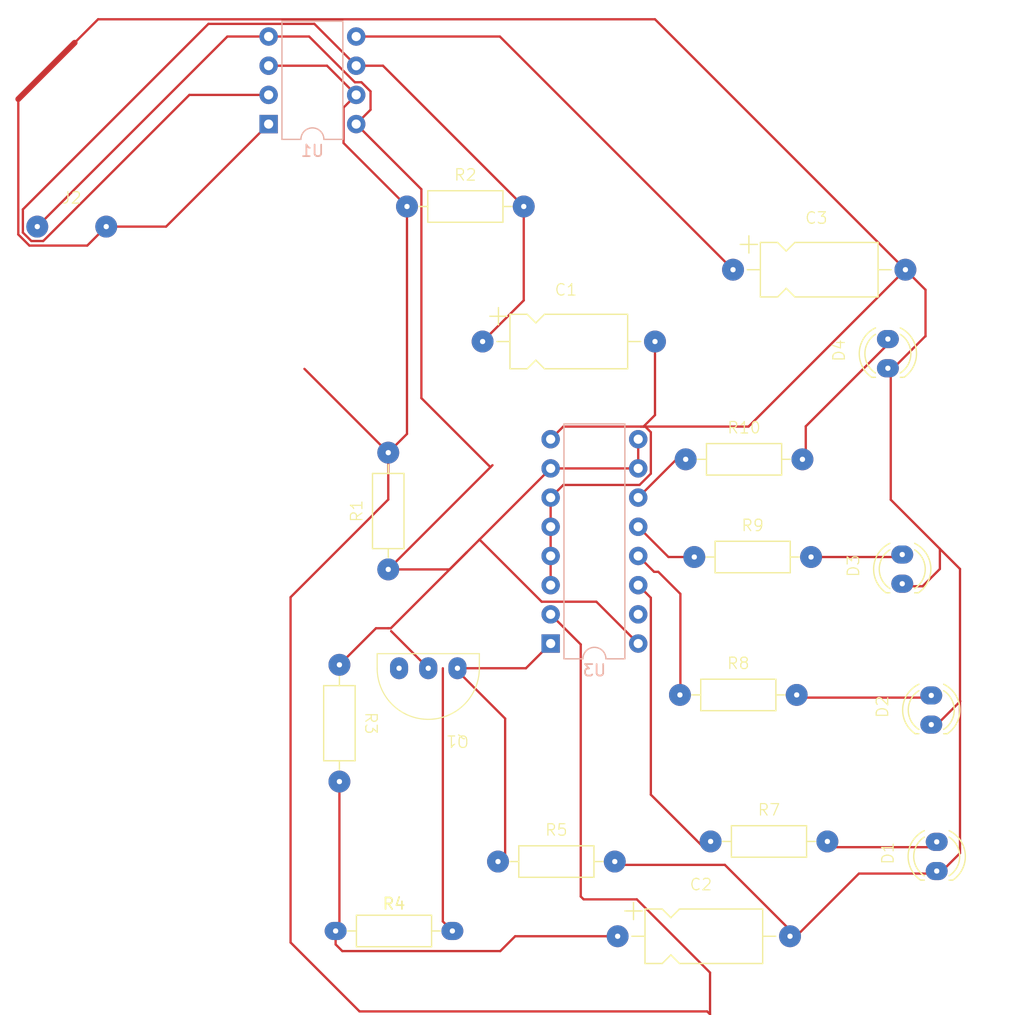
<source format=kicad_pcb>
(kicad_pcb (version 20240108) (generator "pcbnew") (generator_version "8.0")
  (layers (0 "F.Cu" signal) (31 "B.Cu" signal) (34 "B.Paste" user) (35 "F.Paste" user) (36 "B.SilkS" user "B.Silkscreen") (37 "F.SilkS" user "F.Silkscreen") (38 "B.Mask" user) (39 "F.Mask" user) (44 "Edge.Cuts" user))
  (net 0 "")
  (net 1 "Net-(U1-THR)")
  (net 2 "Net-(J2-Pin_1)")
  (net 3 "Net-(C2-Pad1)")
  (net 4 "Net-(U1-CV)")
  (net 5 "Net-(D1-A)")
  (net 6 "Net-(D2-A)")
  (net 7 "Net-(D3-A)")
  (net 8 "Net-(D4-A)")
  (net 9 "Net-(D1-K)")
  (net 10 "Net-(Q1-B)")
  (net 11 "Net-(Q1-E)")
  (net 12 "Net-(U1-DIS)")
  (net 13 "Net-(U3-Q0)")
  (net 14 "Net-(U3-Q1)")
  (net 15 "Net-(U3-Q2)")
  (net 16 "Net-(U3-Q3)")
  (footprint "CounterProject:LED" (layer "F.Cu") (at 244.515 142.275 90)
    (property "Reference" "D1" (at 0.5 -4.5 90) (layer "F.SilkS") (effects (font (thickness 0.1))))
    (property "Value" "LED")
    (fp_line (start -1.84 -1.649) (end -1.84 -1.33) (stroke (width 0.12)) (layer "F.SilkS"))
    (fp_line (start -1.84 0.83) (end -1.84 1.149) (stroke (width 0.12)) (layer "F.SilkS"))
    (fp_arc (start -1.84 -1.648749) (mid 0.403519 -2.733228) (end 2.463242 -1.330724) (stroke (width 0.12)) (layer "F.SilkS"))
    (fp_arc (start -1.46333 -1.33) (mid 0.219429 -2.25) (end 1.902713 -1.330961) (stroke (width 0.12)) (layer "F.SilkS"))
    (fp_arc (start 2.463242 0.830724) (mid 0.403519 2.233228) (end -1.84 1.148749) (stroke (width 0.12)) (layer "F.SilkS"))
    (fp_arc (start 1.902713 0.830961) (mid 0.219429 1.75) (end -1.46333 0.83) (stroke (width 0.12)) (layer "F.SilkS"))
    (pad "1" thru_hole oval (at -1.05 -0.25 90) (size 1.5748 1.905) (drill 0.4572) (layers "*.Cu" "*.Mask") (net 9 "Net-(D1-K)"))
    (pad "2" thru_hole oval (at 1.49 -0.25 90) (size 1.5748 1.905) (drill 0.4572) (layers "*.Cu" "*.Mask") (net 5 "Net-(D1-A)"))
  )
  (footprint "CounterProject:Resistor" (layer "F.Cu") (at 227.5 107.75)
    (property "Reference" "R10" (at 0 -3 0) (layer "F.SilkS") (effects (font (thickness 0.1))))
    (property "Value" "150")
    (fp_line (start -4.04 -0.25) (end -3.27 -0.25) (stroke (width 0.12)) (layer "F.SilkS"))
    (fp_line (start -3.27 -1.62) (end -3.27 1.12) (stroke (width 0.12)) (layer "F.SilkS"))
    (fp_line (start -3.27 1.12) (end 3.27 1.12) (stroke (width 0.12)) (layer "F.SilkS"))
    (fp_line (start 3.27 -1.62) (end -3.27 -1.62) (stroke (width 0.12)) (layer "F.SilkS"))
    (fp_line (start 3.27 1.12) (end 3.27 -1.62) (stroke (width 0.12)) (layer "F.SilkS"))
    (fp_line (start 4.04 -0.25) (end 3.27 -0.25) (stroke (width 0.12)) (layer "F.SilkS"))
    (pad "1" thru_hole oval (at -5.08 -0.25) (size 1.905 1.905) (drill 0.4572) (layers "*.Cu" "*.Mask") (net 16 "Net-(U3-Q3)"))
    (pad "2" thru_hole oval (at 5.08 -0.25) (size 1.905 1.905) (drill 0.4572) (layers "*.Cu" "*.Mask") (net 8 "Net-(D4-A)"))
  )
  (footprint "CounterProject:Resistor" (layer "F.Cu") (at 192.04 130.46 -90)
    (property "Reference" "R3" (at 0 -3 -90) (layer "F.SilkS") (effects (font (thickness 0.1))))
    (property "Value" "10K")
    (fp_line (start -3.27 1.12) (end 3.27 1.12) (stroke (width 0.12)) (layer "F.SilkS"))
    (fp_line (start 3.27 1.12) (end 3.27 -1.62) (stroke (width 0.12)) (layer "F.SilkS"))
    (fp_line (start -4.04 -0.25) (end -3.27 -0.25) (stroke (width 0.12)) (layer "F.SilkS"))
    (fp_line (start 4.04 -0.25) (end 3.27 -0.25) (stroke (width 0.12)) (layer "F.SilkS"))
    (fp_line (start -3.27 -1.62) (end -3.27 1.12) (stroke (width 0.12)) (layer "F.SilkS"))
    (fp_line (start 3.27 -1.62) (end -3.27 -1.62) (stroke (width 0.12)) (layer "F.SilkS"))
    (pad "1" thru_hole oval (at -5.08 -0.25 270) (size 1.905 1.905) (drill 0.4572) (layers "*.Cu" "*.Mask") (net 2 "Net-(J2-Pin_1)"))
    (pad "2" thru_hole oval (at 5.08 -0.25 270) (size 1.905 1.905) (drill 0.4572) (layers "*.Cu" "*.Mask") (net 3 "Net-(C2-Pad1)"))
  )
  (footprint "4bitCounter:Resistor" (layer "F.Cu") (at 191.96 148.54)
    (property "Reference" "R4" (at 5.08 -2.37 0) (layer "F.SilkS"))
    (property "Value" "10K")
    (fp_line (start 1.04 0) (end 1.81 0) (stroke (width 0.12)) (layer "F.SilkS"))
    (fp_line (start 1.81 -1.37) (end 1.81 1.37) (stroke (width 0.12)) (layer "F.SilkS"))
    (fp_line (start 1.81 1.37) (end 8.35 1.37) (stroke (width 0.12)) (layer "F.SilkS"))
    (fp_line (start 8.35 -1.37) (end 1.81 -1.37) (stroke (width 0.12)) (layer "F.SilkS"))
    (fp_line (start 8.35 1.37) (end 8.35 -1.37) (stroke (width 0.12)) (layer "F.SilkS"))
    (fp_line (start 9.12 0) (end 8.35 0) (stroke (width 0.12)) (layer "F.SilkS"))
    (pad "1" thru_hole oval (at 0 0) (size 1.905 1.5748) (drill 0.4572) (layers "*.Cu" "*.Mask") (net 3 "Net-(C2-Pad1)"))
    (pad "2" thru_hole oval (at 10.16 0) (size 1.905 1.5748) (drill 0.4572) (layers "*.Cu" "*.Mask") (net 10 "Net-(Q1-B)"))
  )
  (footprint "CounterProject:Connector" (layer "F.Cu") (at 169 87.25)
    (property "Reference" "J2" (at 0 -2.5 0) (layer "F.SilkS") (effects (font (thickness 0.1))))
    (property "Value" "Conn_01x02_Pin")
    (pad "1" thru_hole oval (at -3 0) (size 1.905 1.905) (drill 0.4572) (layers "*.Cu" "*.Mask") (net 2 "Net-(J2-Pin_1)"))
    (pad "2" thru_hole oval (at 3 0) (size 1.905 1.905) (drill 0.4572) (layers "*.Cu" "*.Mask") (net 9 "Net-(D1-K)"))
  )
  (footprint "CounterProject:Resistor" (layer "F.Cu") (at 227 128.25)
    (property "Reference" "R8" (at 0 -3 0) (layer "F.SilkS") (effects (font (thickness 0.1))))
    (property "Value" "150")
    (fp_line (start -4.04 -0.25) (end -3.27 -0.25) (stroke (width 0.12)) (layer "F.SilkS"))
    (fp_line (start -3.27 -1.62) (end -3.27 1.12) (stroke (width 0.12)) (layer "F.SilkS"))
    (fp_line (start -3.27 1.12) (end 3.27 1.12) (stroke (width 0.12)) (layer "F.SilkS"))
    (fp_line (start 3.27 -1.62) (end -3.27 -1.62) (stroke (width 0.12)) (layer "F.SilkS"))
    (fp_line (start 3.27 1.12) (end 3.27 -1.62) (stroke (width 0.12)) (layer "F.SilkS"))
    (fp_line (start 4.04 -0.25) (end 3.27 -0.25) (stroke (width 0.12)) (layer "F.SilkS"))
    (pad "1" thru_hole oval (at -5.08 -0.25) (size 1.905 1.905) (drill 0.4572) (layers "*.Cu" "*.Mask") (net 14 "Net-(U3-Q1)"))
    (pad "2" thru_hole oval (at 5.08 -0.25) (size 1.905 1.905) (drill 0.4572) (layers "*.Cu" "*.Mask") (net 6 "Net-(D2-A)"))
  )
  (footprint "CounterProject:Capacitor" (layer "F.Cu") (at 212 97.25)
    (property "Reference" "C1" (at 0 -4.5 0) (layer "F.SilkS") (effects (font (thickness 0.1))))
    (property "Value" "10uF")
    (fp_line (start -6.62 -2.2) (end -5.12 -2.2) (stroke (width 0.12)) (layer "F.SilkS"))
    (fp_line (start -6.01 0) (end -4.87 0) (stroke (width 0.12)) (layer "F.SilkS"))
    (fp_line (start -5.87 -2.95) (end -5.87 -1.45) (stroke (width 0.12)) (layer "F.SilkS"))
    (fp_line (start -4.87 -2.37) (end -4.87 2.37) (stroke (width 0.12)) (layer "F.SilkS"))
    (fp_line (start -4.87 -2.37) (end -3.37 -2.37) (stroke (width 0.12)) (layer "F.SilkS"))
    (fp_line (start -4.87 2.37) (end -3.37 2.37) (stroke (width 0.12)) (layer "F.SilkS"))
    (fp_line (start -3.37 -2.37) (end -2.62 -1.62) (stroke (width 0.12)) (layer "F.SilkS"))
    (fp_line (start -3.37 2.37) (end -2.62 1.62) (stroke (width 0.12)) (layer "F.SilkS"))
    (fp_line (start -2.62 -1.62) (end -1.87 -2.37) (stroke (width 0.12)) (layer "F.SilkS"))
    (fp_line (start -2.62 1.62) (end -1.87 2.37) (stroke (width 0.12)) (layer "F.SilkS"))
    (fp_line (start -1.87 -2.37) (end 5.37 -2.37) (stroke (width 0.12)) (layer "F.SilkS"))
    (fp_line (start -1.87 2.37) (end 5.37 2.37) (stroke (width 0.12)) (layer "F.SilkS"))
    (fp_line (start 5.37 -2.37) (end 5.37 2.37) (stroke (width 0.12)) (layer "F.SilkS"))
    (fp_line (start 6.51 0) (end 5.37 0) (stroke (width 0.12)) (layer "F.SilkS"))
    (pad "1" thru_hole oval (at -7.25 0) (size 1.905 1.905) (drill 0.4572) (layers "*.Cu" "*.Mask") (net 1 "Net-(U1-THR)"))
    (pad "2" thru_hole oval (at 7.75 0) (size 1.905 1.905) (drill 0.4572) (layers "*.Cu" "*.Mask") (net 9 "Net-(D1-K)"))
  )
  (footprint "CounterProject:LED" (layer "F.Cu") (at 244.04 129.535 90)
    (property "Reference" "D2" (at 0.5 -4.5 90) (layer "F.SilkS") (effects (font (thickness 0.1))))
    (property "Value" "LED")
    (fp_line (start -1.84 -1.649) (end -1.84 -1.33) (stroke (width 0.12)) (layer "F.SilkS"))
    (fp_line (start -1.84 0.83) (end -1.84 1.149) (stroke (width 0.12)) (layer "F.SilkS"))
    (fp_arc (start -1.84 -1.648749) (mid 0.403519 -2.733228) (end 2.463242 -1.330724) (stroke (width 0.12)) (layer "F.SilkS"))
    (fp_arc (start -1.46333 -1.33) (mid 0.219429 -2.25) (end 1.902713 -1.330961) (stroke (width 0.12)) (layer "F.SilkS"))
    (fp_arc (start 2.463242 0.830724) (mid 0.403519 2.233228) (end -1.84 1.148749) (stroke (width 0.12)) (layer "F.SilkS"))
    (fp_arc (start 1.902713 0.830961) (mid 0.219429 1.75) (end -1.46333 0.83) (stroke (width 0.12)) (layer "F.SilkS"))
    (pad "1" thru_hole oval (at -1.05 -0.25 90) (size 1.5748 1.905) (drill 0.4572) (layers "*.Cu" "*.Mask") (net 9 "Net-(D1-K)"))
    (pad "2" thru_hole oval (at 1.49 -0.25 90) (size 1.5748 1.905) (drill 0.4572) (layers "*.Cu" "*.Mask") (net 6 "Net-(D2-A)"))
  )
  (footprint "CounterProject:LED" (layer "F.Cu") (at 240.265 98.525 90)
    (property "Reference" "D4" (at 0.5 -4.5 90) (layer "F.SilkS") (effects (font (thickness 0.1))))
    (property "Value" "LED")
    (fp_line (start -1.84 -1.649) (end -1.84 -1.33) (stroke (width 0.12)) (layer "F.SilkS"))
    (fp_line (start -1.84 0.83) (end -1.84 1.149) (stroke (width 0.12)) (layer "F.SilkS"))
    (fp_arc (start -1.84 -1.648749) (mid 0.403519 -2.733228) (end 2.463242 -1.330724) (stroke (width 0.12)) (layer "F.SilkS"))
    (fp_arc (start -1.46333 -1.33) (mid 0.219429 -2.25) (end 1.902713 -1.330961) (stroke (width 0.12)) (layer "F.SilkS"))
    (fp_arc (start 2.463242 0.830724) (mid 0.403519 2.233228) (end -1.84 1.148749) (stroke (width 0.12)) (layer "F.SilkS"))
    (fp_arc (start 1.902713 0.830961) (mid 0.219429 1.75) (end -1.46333 0.83) (stroke (width 0.12)) (layer "F.SilkS"))
    (pad "1" thru_hole oval (at -1.05 -0.25 90) (size 1.5748 1.905) (drill 0.4572) (layers "*.Cu" "*.Mask") (net 9 "Net-(D1-K)"))
    (pad "2" thru_hole oval (at 1.49 -0.25 90) (size 1.5748 1.905) (drill 0.4572) (layers "*.Cu" "*.Mask") (net 8 "Net-(D4-A)"))
  )
  (footprint "CounterProject:Resistor" (layer "F.Cu") (at 228.25 116.25)
    (property "Reference" "R9" (at 0 -3 0) (layer "F.SilkS") (effects (font (thickness 0.1))))
    (property "Value" "150")
    (fp_line (start -4.04 -0.25) (end -3.27 -0.25) (stroke (width 0.12)) (layer "F.SilkS"))
    (fp_line (start -3.27 -1.62) (end -3.27 1.12) (stroke (width 0.12)) (layer "F.SilkS"))
    (fp_line (start -3.27 1.12) (end 3.27 1.12) (stroke (width 0.12)) (layer "F.SilkS"))
    (fp_line (start 3.27 -1.62) (end -3.27 -1.62) (stroke (width 0.12)) (layer "F.SilkS"))
    (fp_line (start 3.27 1.12) (end 3.27 -1.62) (stroke (width 0.12)) (layer "F.SilkS"))
    (fp_line (start 4.04 -0.25) (end 3.27 -0.25) (stroke (width 0.12)) (layer "F.SilkS"))
    (pad "1" thru_hole oval (at -5.08 -0.25) (size 1.905 1.905) (drill 0.4572) (layers "*.Cu" "*.Mask") (net 15 "Net-(U3-Q2)"))
    (pad "2" thru_hole oval (at 5.08 -0.25) (size 1.905 1.905) (drill 0.4572) (layers "*.Cu" "*.Mask") (net 7 "Net-(D3-A)"))
  )
  (footprint "CounterProject:Resistor" (layer "F.Cu") (at 203.25 85.75)
    (property "Reference" "R2" (at 0 -3 0) (layer "F.SilkS") (effects (font (thickness 0.1))))
    (property "Value" "100K")
    (fp_line (start -4.04 -0.25) (end -3.27 -0.25) (stroke (width 0.12)) (layer "F.SilkS"))
    (fp_line (start -3.27 -1.62) (end -3.27 1.12) (stroke (width 0.12)) (layer "F.SilkS"))
    (fp_line (start -3.27 1.12) (end 3.27 1.12) (stroke (width 0.12)) (layer "F.SilkS"))
    (fp_line (start 3.27 -1.62) (end -3.27 -1.62) (stroke (width 0.12)) (layer "F.SilkS"))
    (fp_line (start 3.27 1.12) (end 3.27 -1.62) (stroke (width 0.12)) (layer "F.SilkS"))
    (fp_line (start 4.04 -0.25) (end 3.27 -0.25) (stroke (width 0.12)) (layer "F.SilkS"))
    (pad "1" thru_hole oval (at -5.08 -0.25) (size 1.905 1.905) (drill 0.4572) (layers "*.Cu" "*.Mask") (net 12 "Net-(U1-DIS)"))
    (pad "2" thru_hole oval (at 5.08 -0.25) (size 1.905 1.905) (drill 0.4572) (layers "*.Cu" "*.Mask") (net 1 "Net-(U1-THR)"))
  )
  (footprint "CounterProject:Capacitor" (layer "F.Cu") (at 223.75 149)
    (property "Reference" "C2" (at 0 -4.5 0) (layer "F.SilkS") (effects (font (thickness 0.1))))
    (property "Value" "10uF")
    (fp_line (start -6.62 -2.2) (end -5.12 -2.2) (stroke (width 0.12)) (layer "F.SilkS"))
    (fp_line (start -6.01 0) (end -4.87 0) (stroke (width 0.12)) (layer "F.SilkS"))
    (fp_line (start -5.87 -2.95) (end -5.87 -1.45) (stroke (width 0.12)) (layer "F.SilkS"))
    (fp_line (start -4.87 -2.37) (end -4.87 2.37) (stroke (width 0.12)) (layer "F.SilkS"))
    (fp_line (start -4.87 -2.37) (end -3.37 -2.37) (stroke (width 0.12)) (layer "F.SilkS"))
    (fp_line (start -4.87 2.37) (end -3.37 2.37) (stroke (width 0.12)) (layer "F.SilkS"))
    (fp_line (start -3.37 -2.37) (end -2.62 -1.62) (stroke (width 0.12)) (layer "F.SilkS"))
    (fp_line (start -3.37 2.37) (end -2.62 1.62) (stroke (width 0.12)) (layer "F.SilkS"))
    (fp_line (start -2.62 -1.62) (end -1.87 -2.37) (stroke (width 0.12)) (layer "F.SilkS"))
    (fp_line (start -2.62 1.62) (end -1.87 2.37) (stroke (width 0.12)) (layer "F.SilkS"))
    (fp_line (start -1.87 -2.37) (end 5.37 -2.37) (stroke (width 0.12)) (layer "F.SilkS"))
    (fp_line (start -1.87 2.37) (end 5.37 2.37) (stroke (width 0.12)) (layer "F.SilkS"))
    (fp_line (start 5.37 -2.37) (end 5.37 2.37) (stroke (width 0.12)) (layer "F.SilkS"))
    (fp_line (start 6.51 0) (end 5.37 0) (stroke (width 0.12)) (layer "F.SilkS"))
    (pad "1" thru_hole oval (at -7.25 0) (size 1.905 1.905) (drill 0.4572) (layers "*.Cu" "*.Mask") (net 3 "Net-(C2-Pad1)"))
    (pad "2" thru_hole oval (at 7.75 0) (size 1.905 1.905) (drill 0.4572) (layers "*.Cu" "*.Mask") (net 9 "Net-(D1-K)"))
  )
  (footprint "CounterProject:Capacitor" (layer "F.Cu") (at 233.79 91)
    (property "Reference" "C3" (at 0 -4.5 0) (layer "F.SilkS") (effects (font (thickness 0.1))))
    (property "Value" "0.01uF")
    (fp_line (start -6.62 -2.2) (end -5.12 -2.2) (stroke (width 0.12)) (layer "F.SilkS"))
    (fp_line (start -6.01 0) (end -4.87 0) (stroke (width 0.12)) (layer "F.SilkS"))
    (fp_line (start -5.87 -2.95) (end -5.87 -1.45) (stroke (width 0.12)) (layer "F.SilkS"))
    (fp_line (start -4.87 -2.37) (end -4.87 2.37) (stroke (width 0.12)) (layer "F.SilkS"))
    (fp_line (start -4.87 -2.37) (end -3.37 -2.37) (stroke (width 0.12)) (layer "F.SilkS"))
    (fp_line (start -4.87 2.37) (end -3.37 2.37) (stroke (width 0.12)) (layer "F.SilkS"))
    (fp_line (start -3.37 -2.37) (end -2.62 -1.62) (stroke (width 0.12)) (layer "F.SilkS"))
    (fp_line (start -3.37 2.37) (end -2.62 1.62) (stroke (width 0.12)) (layer "F.SilkS"))
    (fp_line (start -2.62 -1.62) (end -1.87 -2.37) (stroke (width 0.12)) (layer "F.SilkS"))
    (fp_line (start -2.62 1.62) (end -1.87 2.37) (stroke (width 0.12)) (layer "F.SilkS"))
    (fp_line (start -1.87 -2.37) (end 5.37 -2.37) (stroke (width 0.12)) (layer "F.SilkS"))
    (fp_line (start -1.87 2.37) (end 5.37 2.37) (stroke (width 0.12)) (layer "F.SilkS"))
    (fp_line (start 5.37 -2.37) (end 5.37 2.37) (stroke (width 0.12)) (layer "F.SilkS"))
    (fp_line (start 6.51 0) (end 5.37 0) (stroke (width 0.12)) (layer "F.SilkS"))
    (pad "1" thru_hole oval (at -7.25 0) (size 1.905 1.905) (drill 0.4572) (layers "*.Cu" "*.Mask") (net 4 "Net-(U1-CV)"))
    (pad "2" thru_hole oval (at 7.75 0) (size 1.905 1.905) (drill 0.4572) (layers "*.Cu" "*.Mask") (net 9 "Net-(D1-K)"))
  )
  (footprint "CounterProject:transistor" (layer "F.Cu") (at 202.56 125.68 180)
    (property "Reference" "Q1" (at 0 -6.35 180) (layer "F.SilkS") (effects (font (thickness 0.1))))
    (property "Value" "PN2222A")
    (fp_line (start 6.985 1.27) (end -1.905 1.27) (stroke (width 0.1)) (layer "F.SilkS"))
    (fp_line (start 6.985 0) (end 6.985 1.27) (stroke (width 0.1)) (layer "F.SilkS"))
    (fp_line (start -1.905 1.27) (end -1.905 0) (stroke (width 0.1)) (layer "F.SilkS"))
    (fp_arc (start -1.905 0) (mid 2.54 -4.445) (end 6.985 0) (stroke (width 0.1)) (layer "F.SilkS"))
    (pad "1" thru_hole oval (at 0 0 180) (size 1.5748 1.905) (drill 0.4572) (layers "*.Cu" "*.Mask") (net 11 "Net-(Q1-E)"))
    (pad "2" thru_hole oval (at 2.54 0 180) (size 1.5748 1.905) (drill 0.4572) (layers "*.Cu" "*.Mask") (net 10 "Net-(Q1-B)"))
    (pad "3" thru_hole oval (at 5.08 0 180) (size 1.5748 1.905) (drill 0.4572) (layers "*.Cu" "*.Mask") (net 2 "Net-(J2-Pin_1)"))
  )
  (footprint "CounterProject:Resistor" (layer "F.Cu") (at 196.79 112 90)
    (property "Reference" "R1" (at 0 -3 90) (layer "F.SilkS") (effects (font (thickness 0.1))))
    (property "Value" "1K")
    (fp_line (start 3.27 -1.62) (end -3.27 -1.62) (stroke (width 0.12)) (layer "F.SilkS"))
    (fp_line (start -3.27 -1.62) (end -3.27 1.12) (stroke (width 0.12)) (layer "F.SilkS"))
    (fp_line (start 4.04 -0.25) (end 3.27 -0.25) (stroke (width 0.12)) (layer "F.SilkS"))
    (fp_line (start -4.04 -0.25) (end -3.27 -0.25) (stroke (width 0.12)) (layer "F.SilkS"))
    (fp_line (start 3.27 1.12) (end 3.27 -1.62) (stroke (width 0.12)) (layer "F.SilkS"))
    (fp_line (start -3.27 1.12) (end 3.27 1.12) (stroke (width 0.12)) (layer "F.SilkS"))
    (pad "1" thru_hole oval (at -5.08 -0.25 90) (size 1.905 1.905) (drill 0.4572) (layers "*.Cu" "*.Mask") (net 2 "Net-(J2-Pin_1)"))
    (pad "2" thru_hole oval (at 5.08 -0.25 90) (size 1.905 1.905) (drill 0.4572) (layers "*.Cu" "*.Mask") (net 12 "Net-(U1-DIS)"))
  )
  (footprint "CounterProject:Resistor" (layer "F.Cu") (at 229.67 141)
    (property "Reference" "R7" (at 0 -3 0) (layer "F.SilkS") (effects (font (thickness 0.1))))
    (property "Value" "150")
    (fp_line (start -4.04 -0.25) (end -3.27 -0.25) (stroke (width 0.12)) (layer "F.SilkS"))
    (fp_line (start -3.27 -1.62) (end -3.27 1.12) (stroke (width 0.12)) (layer "F.SilkS"))
    (fp_line (start -3.27 1.12) (end 3.27 1.12) (stroke (width 0.12)) (layer "F.SilkS"))
    (fp_line (start 3.27 -1.62) (end -3.27 -1.62) (stroke (width 0.12)) (layer "F.SilkS"))
    (fp_line (start 3.27 1.12) (end 3.27 -1.62) (stroke (width 0.12)) (layer "F.SilkS"))
    (fp_line (start 4.04 -0.25) (end 3.27 -0.25) (stroke (width 0.12)) (layer "F.SilkS"))
    (pad "1" thru_hole oval (at -5.08 -0.25) (size 1.905 1.905) (drill 0.4572) (layers "*.Cu" "*.Mask") (net 13 "Net-(U3-Q0)"))
    (pad "2" thru_hole oval (at 5.08 -0.25) (size 1.905 1.905) (drill 0.4572) (layers "*.Cu" "*.Mask") (net 5 "Net-(D1-A)"))
  )
  (footprint "CounterProject:LED" (layer "F.Cu") (at 241.515 117.275 90)
    (property "Reference" "D3" (at 0.5 -4.5 90) (layer "F.SilkS") (effects (font (thickness 0.1))))
    (property "Value" "LED")
    (fp_line (start -1.84 -1.649) (end -1.84 -1.33) (stroke (width 0.12)) (layer "F.SilkS"))
    (fp_line (start -1.84 0.83) (end -1.84 1.149) (stroke (width 0.12)) (layer "F.SilkS"))
    (fp_arc (start -1.84 -1.648749) (mid 0.403519 -2.733228) (end 2.463242 -1.330724) (stroke (width 0.12)) (layer "F.SilkS"))
    (fp_arc (start -1.46333 -1.33) (mid 0.219429 -2.25) (end 1.902713 -1.330961) (stroke (width 0.12)) (layer "F.SilkS"))
    (fp_arc (start 2.463242 0.830724) (mid 0.403519 2.233228) (end -1.84 1.148749) (stroke (width 0.12)) (layer "F.SilkS"))
    (fp_arc (start 1.902713 0.830961) (mid 0.219429 1.75) (end -1.46333 0.83) (stroke (width 0.12)) (layer "F.SilkS"))
    (pad "1" thru_hole oval (at -1.05 -0.25 90) (size 1.5748 1.905) (drill 0.4572) (layers "*.Cu" "*.Mask") (net 9 "Net-(D1-K)"))
    (pad "2" thru_hole oval (at 1.49 -0.25 90) (size 1.5748 1.905) (drill 0.4572) (layers "*.Cu" "*.Mask") (net 7 "Net-(D3-A)"))
  )
  (footprint "CounterProject:Resistor" (layer "F.Cu") (at 211.17 142.75)
    (property "Reference" "R5" (at 0 -3 0) (layer "F.SilkS") (effects (font (thickness 0.1))))
    (property "Value" "1K")
    (fp_line (start -4.04 -0.25) (end -3.27 -0.25) (stroke (width 0.12)) (layer "F.SilkS"))
    (fp_line (start -3.27 -1.62) (end -3.27 1.12) (stroke (width 0.12)) (layer "F.SilkS"))
    (fp_line (start -3.27 1.12) (end 3.27 1.12) (stroke (width 0.12)) (layer "F.SilkS"))
    (fp_line (start 3.27 -1.62) (end -3.27 -1.62) (stroke (width 0.12)) (layer "F.SilkS"))
    (fp_line (start 3.27 1.12) (end 3.27 -1.62) (stroke (width 0.12)) (layer "F.SilkS"))
    (fp_line (start 4.04 -0.25) (end 3.27 -0.25) (stroke (width 0.12)) (layer "F.SilkS"))
    (pad "1" thru_hole oval (at -5.08 -0.25) (size 1.905 1.905) (drill 0.4572) (layers "*.Cu" "*.Mask") (net 11 "Net-(Q1-E)"))
    (pad "2" thru_hole oval (at 5.08 -0.25) (size 1.905 1.905) (drill 0.4572) (layers "*.Cu" "*.Mask") (net 9 "Net-(D1-K)"))
  )
  (footprint "Package_DIP:DIP-8_W7.62mm" (layer "B.Cu") (at 186.13 78.33)
    (property "Reference" "U1" (at 3.81 2.33 0) (layer "B.SilkS") (effects (justify mirror)))
    (property "Value" "NE555P")
    (fp_line (start 1.16 -8.95) (end 1.16 1.33) (stroke (width 0.12)) (layer "B.SilkS"))
    (fp_line (start 1.16 1.33) (end 2.81 1.33) (stroke (width 0.12)) (layer "B.SilkS"))
    (fp_line (start 4.81 1.33) (end 6.46 1.33) (stroke (width 0.12)) (layer "B.SilkS"))
    (fp_line (start 6.46 -8.95) (end 1.16 -8.95) (stroke (width 0.12)) (layer "B.SilkS"))
    (fp_line (start 6.46 1.33) (end 6.46 -8.95) (stroke (width 0.12)) (layer "B.SilkS"))
    (fp_arc (start 2.81 1.33) (mid 3.81 0.33) (end 4.81 1.33) (stroke (width 0.12)) (layer "B.SilkS"))
    (pad "1" thru_hole rect (at 0 0) (size 1.6 1.6) (drill 0.8) (layers "*.Cu" "*.Mask") (net 9 "Net-(D1-K)"))
    (pad "2" thru_hole oval (at 0 -2.54) (size 1.6 1.6) (drill 0.8) (layers "*.Cu" "*.Mask") (net 1 "Net-(U1-THR)"))
    (pad "3" thru_hole oval (at 0 -5.08) (size 1.6 1.6) (drill 0.8) (layers "*.Cu" "*.Mask") (net 12 "Net-(U1-DIS)"))
    (pad "4" thru_hole oval (at 0 -7.62) (size 1.6 1.6) (drill 0.8) (layers "*.Cu" "*.Mask") (net 2 "Net-(J2-Pin_1)"))
    (pad "5" thru_hole oval (at 7.62 -7.62) (size 1.6 1.6) (drill 0.8) (layers "*.Cu" "*.Mask") (net 4 "Net-(U1-CV)"))
    (pad "6" thru_hole oval (at 7.62 -5.08) (size 1.6 1.6) (drill 0.8) (layers "*.Cu" "*.Mask") (net 1 "Net-(U1-THR)"))
    (pad "7" thru_hole oval (at 7.62 -2.54) (size 1.6 1.6) (drill 0.8) (layers "*.Cu" "*.Mask") (net 12 "Net-(U1-DIS)"))
    (pad "8" thru_hole oval (at 7.62 0) (size 1.6 1.6) (drill 0.8) (layers "*.Cu" "*.Mask") (net 2 "Net-(J2-Pin_1)"))
  )
  (footprint "Package_DIP:DIP-16_W7.62mm" (layer "B.Cu") (at 210.67 123.53)
    (property "Reference" "U3" (at 3.81 2.33 0) (layer "B.SilkS") (effects (justify mirror)))
    (property "Value" "74LS161")
    (fp_line (start 1.16 -19.11) (end 1.16 1.33) (stroke (width 0.12)) (layer "B.SilkS"))
    (fp_line (start 1.16 1.33) (end 2.81 1.33) (stroke (width 0.12)) (layer "B.SilkS"))
    (fp_line (start 4.81 1.33) (end 6.46 1.33) (stroke (width 0.12)) (layer "B.SilkS"))
    (fp_line (start 6.46 -19.11) (end 1.16 -19.11) (stroke (width 0.12)) (layer "B.SilkS"))
    (fp_line (start 6.46 1.33) (end 6.46 -19.11) (stroke (width 0.12)) (layer "B.SilkS"))
    (fp_arc (start 2.81 1.33) (mid 3.81 0.33) (end 4.81 1.33) (stroke (width 0.12)) (layer "B.SilkS"))
    (pad "1" thru_hole rect (at 0 0) (size 1.6 1.6) (drill 0.8) (layers "*.Cu" "*.Mask") (net 11 "Net-(Q1-E)"))
    (pad "2" thru_hole oval (at 0 -2.54) (size 1.6 1.6) (drill 0.8) (layers "*.Cu" "*.Mask") (net 12 "Net-(U1-DIS)"))
    (pad "3" thru_hole oval (at 0 -5.08) (size 1.6 1.6) (drill 0.8) (layers "*.Cu" "*.Mask") (net 9 "Net-(D1-K)"))
    (pad "4" thru_hole oval (at 0 -7.62) (size 1.6 1.6) (drill 0.8) (layers "*.Cu" "*.Mask") (net 9 "Net-(D1-K)"))
    (pad "5" thru_hole oval (at 0 -10.16) (size 1.6 1.6) (drill 0.8) (layers "*.Cu" "*.Mask") (net 9 "Net-(D1-K)"))
    (pad "6" thru_hole oval (at 0 -12.7) (size 1.6 1.6) (drill 0.8) (layers "*.Cu" "*.Mask") (net 9 "Net-(D1-K)"))
    (pad "7" thru_hole oval (at 0 -15.24) (size 1.6 1.6) (drill 0.8) (layers "*.Cu" "*.Mask") (net 2 "Net-(J2-Pin_1)"))
    (pad "8" thru_hole oval (at 0 -17.78) (size 1.6 1.6) (drill 0.8) (layers "*.Cu" "*.Mask") (net 9 "Net-(D1-K)"))
    (pad "9" thru_hole oval (at 7.62 -17.78) (size 1.6 1.6) (drill 0.8) (layers "*.Cu" "*.Mask") (net 2 "Net-(J2-Pin_1)"))
    (pad "10" thru_hole oval (at 7.62 -15.24) (size 1.6 1.6) (drill 0.8) (layers "*.Cu" "*.Mask") (net 2 "Net-(J2-Pin_1)"))
    (pad "11" thru_hole oval (at 7.62 -12.7) (size 1.6 1.6) (drill 0.8) (layers "*.Cu" "*.Mask") (net 16 "Net-(U3-Q3)"))
    (pad "12" thru_hole oval (at 7.62 -10.16) (size 1.6 1.6) (drill 0.8) (layers "*.Cu" "*.Mask") (net 15 "Net-(U3-Q2)"))
    (pad "13" thru_hole oval (at 7.62 -7.62) (size 1.6 1.6) (drill 0.8) (layers "*.Cu" "*.Mask") (net 14 "Net-(U3-Q1)"))
    (pad "14" thru_hole oval (at 7.62 -5.08) (size 1.6 1.6) (drill 0.8) (layers "*.Cu" "*.Mask") (net 13 "Net-(U3-Q0)"))
    (pad "15" thru_hole oval (at 7.62 -2.54) (size 1.6 1.6) (drill 0.8) (layers "*.Cu" "*.Mask"))
    (pad "16" thru_hole oval (at 7.62 0) (size 1.6 1.6) (drill 0.8) (layers "*.Cu" "*.Mask") (net 2 "Net-(J2-Pin_1)"))
  )
  (segment (start 164.7475 87.768803) (end 164.7475 85.7525) (width 0.2) (layer "F.Cu") (net 1))
  (segment (start 180.89 69.61) (end 190.11 69.61) (width 0.2) (layer "F.Cu") (net 1))
  (segment (start 204.75 97.25) (end 208.33 93.67) (width 0.2) (layer "F.Cu") (net 1))
  (segment (start 190.11 69.61) (end 193.75 73.25) (width 0.2) (layer "F.Cu") (net 1))
  (segment (start 166.518803 88.5025) (end 165.481197 88.5025) (width 0.2) (layer "F.Cu") (net 1))
  (segment (start 186.13 75.79) (end 179.231303 75.79) (width 0.2) (layer "F.Cu") (net 1))
  (segment (start 193.75 73.25) (end 196.08 73.25) (width 0.2) (layer "F.Cu") (net 1))
  (segment (start 164.7475 85.7525) (end 180.89 69.61) (width 0.2) (layer "F.Cu") (net 1))
  (segment (start 196.08 73.25) (end 208.33 85.5) (width 0.2) (layer "F.Cu") (net 1))
  (segment (start 179.231303 75.79) (end 166.518803 88.5025) (width 0.2) (layer "F.Cu") (net 1))
  (segment (start 165.481197 88.5025) (end 164.7475 87.768803) (width 0.2) (layer "F.Cu") (net 1))
  (segment (start 208.33 93.67) (end 208.33 85.5) (width 0.2) (layer "F.Cu") (net 1))
  (segment (start 189.654365 70.71) (end 193.634365 74.69) (width 0.2) (layer "F.Cu") (net 2))
  (segment (start 193.634365 74.69) (end 194.205635 74.69) (width 0.2) (layer "F.Cu") (net 2))
  (segment (start 203.355 115.605) (end 204.48 114.48) (width 0.2) (layer "F.Cu") (net 2))
  (segment (start 186.13 70.71) (end 189.654365 70.71) (width 0.2) (layer "F.Cu") (net 2))
  (segment (start 204.48 114.48) (end 210.67 108.29) (width 0.2) (layer "F.Cu") (net 2))
  (segment (start 218.29 108.29) (end 210.67 108.29) (width 0.2) (layer "F.Cu") (net 2))
  (segment (start 201.88 117.08) (end 203.355 115.605) (width 0.2) (layer "F.Cu") (net 2))
  (segment (start 199.4225 102.1725) (end 205.435 108.185) (width 0.2) (layer "F.Cu") (net 2))
  (segment (start 195 75.484365) (end 195 77.08) (width 0.2) (layer "F.Cu") (net 2))
  (segment (start 195.47 122.2) (end 196.54 122.2) (width 0.2) (layer "F.Cu") (net 2))
  (segment (start 182.54 70.71) (end 186.13 70.71) (width 0.2) (layer "F.Cu") (net 2))
  (segment (start 192.29 125.38) (end 195.47 122.2) (width 0.2) (layer "F.Cu") (net 2))
  (segment (start 205.61 108.01) (end 205.435 108.185) (width 0.2) (layer "F.Cu") (net 2))
  (segment (start 214.65 119.89) (end 209.89 119.89) (width 0.2) (layer "F.Cu") (net 2))
  (segment (start 196.54 122.2) (end 196.76 122.2) (width 0.2) (layer "F.Cu") (net 2))
  (segment (start 166 87.25) (end 182.54 70.71) (width 0.2) (layer "F.Cu") (net 2))
  (segment (start 193.75 78.33) (end 199.4225 84.0025) (width 0.2) (layer "F.Cu") (net 2))
  (segment (start 199.4225 84.0025) (end 199.4225 102.1725) (width 0.2) (layer "F.Cu") (net 2))
  (segment (start 218.29 108.29) (end 218.29 105.75) (width 0.2) (layer "F.Cu") (net 2))
  (segment (start 196.54 117.08) (end 201.88 117.08) (width 0.2) (layer "F.Cu") (net 2))
  (segment (start 196.76 122.2) (end 203.355 115.605) (width 0.2) (layer "F.Cu") (net 2))
  (segment (start 218.29 123.53) (end 214.65 119.89) (width 0.2) (layer "F.Cu") (net 2))
  (segment (start 209.89 119.89) (end 204.48 114.48) (width 0.2) (layer "F.Cu") (net 2))
  (segment (start 194.205635 74.69) (end 195 75.484365) (width 0.2) (layer "F.Cu") (net 2))
  (segment (start 195 77.08) (end 193.75 78.33) (width 0.2) (layer "F.Cu") (net 2))
  (segment (start 205.435 108.185) (end 196.54 117.08) (width 0.2) (layer "F.Cu") (net 2))
  (segment (start 192.54 150.29) (end 191.96 149.71) (width 0.2) (layer "F.Cu") (net 3))
  (segment (start 191.96 148.46) (end 192.29 148.13) (width 0.2) (layer "F.Cu") (net 3))
  (segment (start 191.96 149.71) (end 191.96 148.54) (width 0.2) (layer "F.Cu") (net 3))
  (segment (start 217.04 149) (end 207.58 149) (width 0.2) (layer "F.Cu") (net 3))
  (segment (start 192.29 148.13) (end 192.29 135.54) (width 0.2) (layer "F.Cu") (net 3))
  (segment (start 207.58 149) (end 206.29 150.29) (width 0.2) (layer "F.Cu") (net 3))
  (segment (start 206.29 150.29) (end 192.54 150.29) (width 0.2) (layer "F.Cu") (net 3))
  (segment (start 191.96 148.54) (end 191.96 148.46) (width 0.2) (layer "F.Cu") (net 3))
  (segment (start 226.54 91) (end 206.25 70.71) (width 0.2) (layer "F.Cu") (net 4))
  (segment (start 206.25 70.71) (end 193.75 70.71) (width 0.2) (layer "F.Cu") (net 4))
  (segment (start 234.12 141.25) (end 244.25 141.25) (width 0.2) (layer "F.Cu") (net 5))
  (segment (start 244.25 141.25) (end 244.515 140.985) (width 0.2) (layer "F.Cu") (net 5))
  (segment (start 244.015 128.235) (end 232.355 128.235) (width 0.2) (layer "F.Cu") (net 6))
  (segment (start 232.355 128.235) (end 232.12 128) (width 0.2) (layer "F.Cu") (net 6))
  (segment (start 233.62 116) (end 241.5 116) (width 0.2) (layer "F.Cu") (net 7))
  (segment (start 241.5 116) (end 241.515 115.985) (width 0.2) (layer "F.Cu") (net 7))
  (segment (start 232.87 107) (end 232.87 104.63) (width 0.2) (layer "F.Cu") (net 8))
  (segment (start 232.87 104.63) (end 240.265 97.235) (width 0.2) (layer "F.Cu") (net 8))
  (segment (start 216.87 142.79) (end 225.83 142.79) (width 0.2) (layer "F.Cu") (net 9))
  (segment (start 243.29 92.75) (end 243.29 96.79) (width 0.2) (layer "F.Cu") (net 9))
  (segment (start 211.77 109.73) (end 210.67 110.83) (width 0.2) (layer "F.Cu") (net 9))
  (segment (start 210.67 110.83) (end 210.67 113.37) (width 0.2) (layer "F.Cu") (net 9))
  (segment (start 219.75 103.65) (end 218.75 104.65) (width 0.2) (layer "F.Cu") (net 9))
  (segment (start 218.9 104.65) (end 219.39 105.14) (width 0.2) (layer "F.Cu") (net 9))
  (segment (start 244.06 130.805) (end 246.315 128.55) (width 0.2) (layer "F.Cu") (net 9))
  (segment (start 243.27 96.79) (end 243.29 96.79) (width 0.2) (layer "F.Cu") (net 9))
  (segment (start 219.75 69.21) (end 241.54 91) (width 0.2) (layer "F.Cu") (net 9))
  (segment (start 240.265 99.795) (end 243.27 96.79) (width 0.2) (layer "F.Cu") (net 9))
  (segment (start 172 87.25) (end 177.21 87.25) (width 0.2) (layer "F.Cu") (net 9))
  (segment (start 244.04 130.805) (end 244.06 130.805) (width 0.2) (layer "F.Cu") (net 9))
  (segment (start 210.67 105.75) (end 211.77 104.65) (width 0.2) (layer "F.Cu") (net 9))
  (segment (start 211.77 104.65) (end 218.5 104.65) (width 0.2) (layer "F.Cu") (net 9))
  (segment (start 218.75 104.65) (end 218.9 104.65) (width 0.2) (layer "F.Cu") (net 9))
  (segment (start 164.3475 76.1525) (end 169.25 71.25) (width 0.508) (layer "F.Cu") (net 9))
  (segment (start 237.495 143.545) (end 232.04 149) (width 0.2) (layer "F.Cu") (net 9))
  (segment (start 170.3475 88.9025) (end 165.315511 88.9025) (width 0.2) (layer "F.Cu") (net 9))
  (segment (start 241.54 91) (end 243.29 92.75) (width 0.2) (layer "F.Cu") (net 9))
  (segment (start 244.54 115.29) (end 240.265 111.015) (width 0.2) (layer "F.Cu") (net 9))
  (segment (start 172 87.25) (end 170.3475 88.9025) (width 0.2) (layer "F.Cu") (net 9))
  (segment (start 165.315511 88.9025) (end 164.3475 87.934489) (width 0.2) (layer "F.Cu") (net 9))
  (segment (start 177.21 87.25) (end 186.13 78.33) (width 0.2) (layer "F.Cu") (net 9))
  (segment (start 225.83 142.79) (end 232.04 149) (width 0.2) (layer "F.Cu") (net 9))
  (segment (start 241.54 91) (end 227.89 104.65) (width 0.2) (layer "F.Cu") (net 9))
  (segment (start 246.29 128.54) (end 246.29 141.77) (width 0.2) (layer "F.Cu") (net 9))
  (segment (start 246.29 141.77) (end 244.515 143.545) (width 0.2) (layer "F.Cu") (net 9))
  (segment (start 219.75 97.25) (end 219.75 103.65) (width 0.2) (layer "F.Cu") (net 9))
  (segment (start 246.29 128.54) (end 246.29 117.04) (width 0.2) (layer "F.Cu") (net 9))
  (segment (start 164.3475 87.934489) (end 164.3475 76.1525) (width 0.2) (layer "F.Cu") (net 9))
  (segment (start 219.39 105.14) (end 219.39 108.745635) (width 0.2) (layer "F.Cu") (net 9))
  (segment (start 240.265 111.015) (end 240.265 99.795) (width 0.2) (layer "F.Cu") (net 9))
  (segment (start 210.67 113.37) (end 210.67 115.91) (width 0.2) (layer "F.Cu") (net 9))
  (segment (start 218.5 104.65) (end 218.75 104.65) (width 0.2) (layer "F.Cu") (net 9))
  (segment (start 244.54 115.29) (end 244.54 117.04) (width 0.2) (layer "F.Cu") (net 9))
  (segment (start 246.29 117.04) (end 244.54 115.29) (width 0.2) (layer "F.Cu") (net 9))
  (segment (start 169.25 71.25) (end 171.29 69.21) (width 0.2) (layer "F.Cu") (net 9))
  (segment (start 227.89 104.65) (end 218.5 104.65) (width 0.2) (layer "F.Cu") (net 9))
  (segment (start 218.405635 109.73) (end 211.77 109.73) (width 0.2) (layer "F.Cu") (net 9))
  (segment (start 210.67 115.91) (end 210.67 118.45) (width 0.2) (layer "F.Cu") (net 9))
  (segment (start 243.035 118.545) (end 241.515 118.545) (width 0.2) (layer "F.Cu") (net 9))
  (segment (start 244.515 143.545) (end 237.495 143.545) (width 0.2) (layer "F.Cu") (net 9))
  (segment (start 171.29 69.21) (end 219.75 69.21) (width 0.2) (layer "F.Cu") (net 9))
  (segment (start 219.39 108.745635) (end 218.405635 109.73) (width 0.2) (layer "F.Cu") (net 9))
  (segment (start 244.54 117.04) (end 243.035 118.545) (width 0.2) (layer "F.Cu") (net 9))
  (segment (start 201.29 147.71) (end 201.29 125.68) (width 0.2) (layer "F.Cu") (net 10))
  (segment (start 196.79 122.45) (end 200.02 125.68) (width 0.2) (layer "F.Cu") (net 10))
  (segment (start 202.12 148.54) (end 201.29 147.71) (width 0.2) (layer "F.Cu") (net 10))
  (segment (start 202.56 125.905) (end 206.71 130.055) (width 0.2) (layer "F.Cu") (net 11))
  (segment (start 206.71 130.055) (end 206.71 142.79) (width 0.2) (layer "F.Cu") (net 11))
  (segment (start 202.56 125.68) (end 208.52 125.68) (width 0.2) (layer "F.Cu") (net 11))
  (segment (start 202.56 125.68) (end 202.56 125.905) (width 0.2) (layer "F.Cu") (net 11))
  (segment (start 208.52 125.68) (end 210.67 123.53) (width 0.2) (layer "F.Cu") (net 11))
  (segment (start 213.29 145.54) (end 213.29 123.61) (width 0.2) (layer "F.Cu") (net 12))
  (segment (start 213.54 145.79) (end 213.29 145.54) (width 0.2) (layer "F.Cu") (net 12))
  (segment (start 194.04 155.54) (end 224.29 155.54) (width 0.2) (layer "F.Cu") (net 12))
  (segment (start 188.04 119.5) (end 188.04 149.54) (width 0.2) (layer "F.Cu") (net 12))
  (segment (start 196.54 106.92) (end 189.2475 99.6275) (width 0.2) (layer "F.Cu") (net 12))
  (segment (start 198.17 85.5) (end 198.17 105.29) (width 0.2) (layer "F.Cu") (net 12))
  (segment (start 191.21 73.25) (end 193.75 75.79) (width 0.2) (layer "F.Cu") (net 12))
  (segment (start 213.29 123.61) (end 210.67 120.99) (width 0.2) (layer "F.Cu") (net 12))
  (segment (start 186.13 73.25) (end 191.21 73.25) (width 0.2) (layer "F.Cu") (net 12))
  (segment (start 224.29 155.54) (end 224.54 155.79) (width 0.2) (layer "F.Cu") (net 12))
  (segment (start 188.04 149.54) (end 194.04 155.54) (width 0.2) (layer "F.Cu") (net 12))
  (segment (start 218.167084 145.79) (end 213.54 145.79) (width 0.2) (layer "F.Cu") (net 12))
  (segment (start 198.17 105.29) (end 196.54 106.92) (width 0.2) (layer "F.Cu") (net 12))
  (segment (start 224.54 155.79) (end 224.54 152.162916) (width 0.2) (layer "F.Cu") (net 12))
  (segment (start 196.54 111) (end 188.04 119.5) (width 0.2) (layer "F.Cu") (net 12))
  (segment (start 192.65 79.98) (end 198.17 85.5) (width 0.2) (layer "F.Cu") (net 12))
  (segment (start 193.75 75.79) (end 192.65 76.89) (width 0.2) (layer "F.Cu") (net 12))
  (segment (start 192.65 76.89) (end 192.65 79.98) (width 0.2) (layer "F.Cu") (net 12))
  (segment (start 224.54 152.162916) (end 218.167084 145.79) (width 0.2) (layer "F.Cu") (net 12))
  (segment (start 196.54 106.92) (end 196.54 111) (width 0.2) (layer "F.Cu") (net 12))
  (segment (start 218.29 118.45) (end 219.39 119.55) (width 0.2) (layer "F.Cu") (net 13))
  (segment (start 219.39 136.68) (end 223.96 141.25) (width 0.2) (layer "F.Cu") (net 13))
  (segment (start 219.39 119.55) (end 219.39 136.68) (width 0.2) (layer "F.Cu") (net 13))
  (segment (start 220.04 117.29) (end 219.67 117.29) (width 0.2) (layer "F.Cu") (net 14))
  (segment (start 219.67 117.29) (end 218.29 115.91) (width 0.2) (layer "F.Cu") (net 14))
  (segment (start 221.96 128) (end 221.96 119.21) (width 0.2) (layer "F.Cu") (net 14))
  (segment (start 221.96 119.21) (end 220.04 117.29) (width 0.2) (layer "F.Cu") (net 14))
  (segment (start 220.92 116) (end 218.29 113.37) (width 0.2) (layer "F.Cu") (net 15))
  (segment (start 223.46 116) (end 220.92 116) (width 0.2) (layer "F.Cu") (net 15))
  (segment (start 218.29 110.83) (end 222.12 107) (width 0.2) (layer "F.Cu") (net 16))
  (segment (start 222.12 107) (end 222.71 107) (width 0.2) (layer "F.Cu") (net 16))
)
</source>
